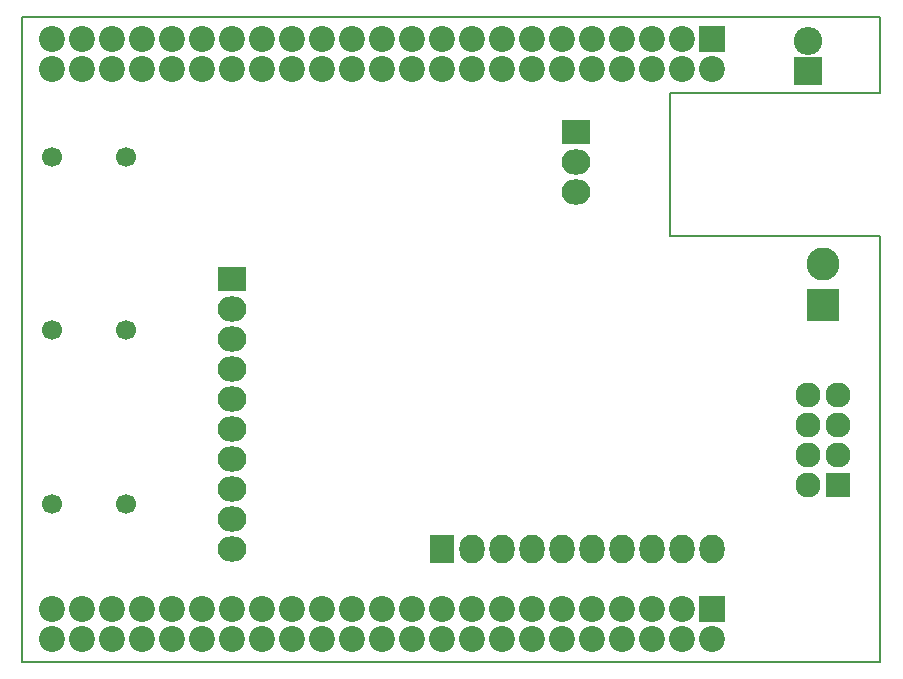
<source format=gbr>
G04 #@! TF.FileFunction,Soldermask,Bot*
%FSLAX46Y46*%
G04 Gerber Fmt 4.6, Leading zero omitted, Abs format (unit mm)*
G04 Created by KiCad (PCBNEW 4.0.2+dfsg1-stable) date Mon 24 Oct 2016 13:43:27 CEST*
%MOMM*%
G01*
G04 APERTURE LIST*
%ADD10C,0.100000*%
%ADD11C,0.150000*%
%ADD12C,1.700000*%
%ADD13R,2.127200X2.127200*%
%ADD14O,2.127200X2.127200*%
%ADD15R,2.200000X2.200000*%
%ADD16C,2.200000*%
%ADD17R,2.432000X2.127200*%
%ADD18O,2.432000X2.127200*%
%ADD19R,2.127200X2.432000*%
%ADD20O,2.127200X2.432000*%
%ADD21O,2.398980X2.398980*%
%ADD22R,2.398980X2.398980*%
%ADD23C,2.800000*%
%ADD24R,2.800000X2.800000*%
G04 APERTURE END LIST*
D10*
D11*
X72644000Y48196500D02*
X72644000Y54610000D01*
X72644000Y36068000D02*
X72644000Y0D01*
X54800500Y36068000D02*
X72644000Y36068000D01*
X54800500Y48196500D02*
X54800500Y36068000D01*
X72644000Y48196500D02*
X54800500Y48196500D01*
X72644000Y0D02*
X0Y0D01*
X0Y54610000D02*
X72644000Y54610000D01*
X0Y0D02*
X0Y54610000D01*
D12*
X2500000Y42775000D03*
X8800000Y42775000D03*
D13*
X69088000Y14986000D03*
D14*
X66548000Y14986000D03*
X69088000Y17526000D03*
X66548000Y17526000D03*
X69088000Y20066000D03*
X66548000Y20066000D03*
X69088000Y22606000D03*
X66548000Y22606000D03*
D15*
X58420000Y52705000D03*
D16*
X58420000Y50165000D03*
X55880000Y52705000D03*
X55880000Y50165000D03*
X53340000Y52705000D03*
X53340000Y50165000D03*
X50800000Y52705000D03*
X50800000Y50165000D03*
X48260000Y52705000D03*
X48260000Y50165000D03*
X45720000Y52705000D03*
X45720000Y50165000D03*
X43180000Y52705000D03*
X43180000Y50165000D03*
X40640000Y52705000D03*
X40640000Y50165000D03*
X38100000Y52705000D03*
X38100000Y50165000D03*
X35560000Y52705000D03*
X35560000Y50165000D03*
X33020000Y52705000D03*
X33020000Y50165000D03*
X30480000Y52705000D03*
X30480000Y50165000D03*
X27940000Y52705000D03*
X27940000Y50165000D03*
X25400000Y52705000D03*
X25400000Y50165000D03*
X22860000Y52705000D03*
X22860000Y50165000D03*
X20320000Y52705000D03*
X20320000Y50165000D03*
X17780000Y52705000D03*
X17780000Y50165000D03*
X15240000Y52705000D03*
X15240000Y50165000D03*
X12700000Y52705000D03*
X12700000Y50165000D03*
X10160000Y52705000D03*
X10160000Y50165000D03*
X7620000Y52705000D03*
X7620000Y50165000D03*
X5080000Y52705000D03*
X5080000Y50165000D03*
X2540000Y52705000D03*
X2540000Y50165000D03*
D15*
X58420000Y4445000D03*
D16*
X58420000Y1905000D03*
X55880000Y4445000D03*
X55880000Y1905000D03*
X53340000Y4445000D03*
X53340000Y1905000D03*
X50800000Y4445000D03*
X50800000Y1905000D03*
X48260000Y4445000D03*
X48260000Y1905000D03*
X45720000Y4445000D03*
X45720000Y1905000D03*
X43180000Y4445000D03*
X43180000Y1905000D03*
X40640000Y4445000D03*
X40640000Y1905000D03*
X38100000Y4445000D03*
X38100000Y1905000D03*
X35560000Y4445000D03*
X35560000Y1905000D03*
X33020000Y4445000D03*
X33020000Y1905000D03*
X30480000Y4445000D03*
X30480000Y1905000D03*
X27940000Y4445000D03*
X27940000Y1905000D03*
X25400000Y4445000D03*
X25400000Y1905000D03*
X22860000Y4445000D03*
X22860000Y1905000D03*
X20320000Y4445000D03*
X20320000Y1905000D03*
X17780000Y4445000D03*
X17780000Y1905000D03*
X15240000Y4445000D03*
X15240000Y1905000D03*
X12700000Y4445000D03*
X12700000Y1905000D03*
X10160000Y4445000D03*
X10160000Y1905000D03*
X7620000Y4445000D03*
X7620000Y1905000D03*
X5080000Y4445000D03*
X5080000Y1905000D03*
X2540000Y4445000D03*
X2540000Y1905000D03*
D17*
X17780000Y32385000D03*
D18*
X17780000Y29845000D03*
X17780000Y27305000D03*
X17780000Y24765000D03*
X17780000Y22225000D03*
X17780000Y19685000D03*
X17780000Y17145000D03*
X17780000Y14605000D03*
X17780000Y12065000D03*
X17780000Y9525000D03*
D19*
X35560000Y9525000D03*
D20*
X38100000Y9525000D03*
X40640000Y9525000D03*
X43180000Y9525000D03*
X45720000Y9525000D03*
X48260000Y9525000D03*
X50800000Y9525000D03*
X53340000Y9525000D03*
X55880000Y9525000D03*
X58420000Y9525000D03*
D17*
X46863000Y44831000D03*
D18*
X46863000Y42291000D03*
X46863000Y39751000D03*
D21*
X66548000Y52578000D03*
D22*
X66548000Y50038000D03*
D12*
X2500000Y28075000D03*
X8800000Y28075000D03*
X2500000Y13375000D03*
X8800000Y13375000D03*
D23*
X67818000Y33726000D03*
D24*
X67818000Y30226000D03*
M02*

</source>
